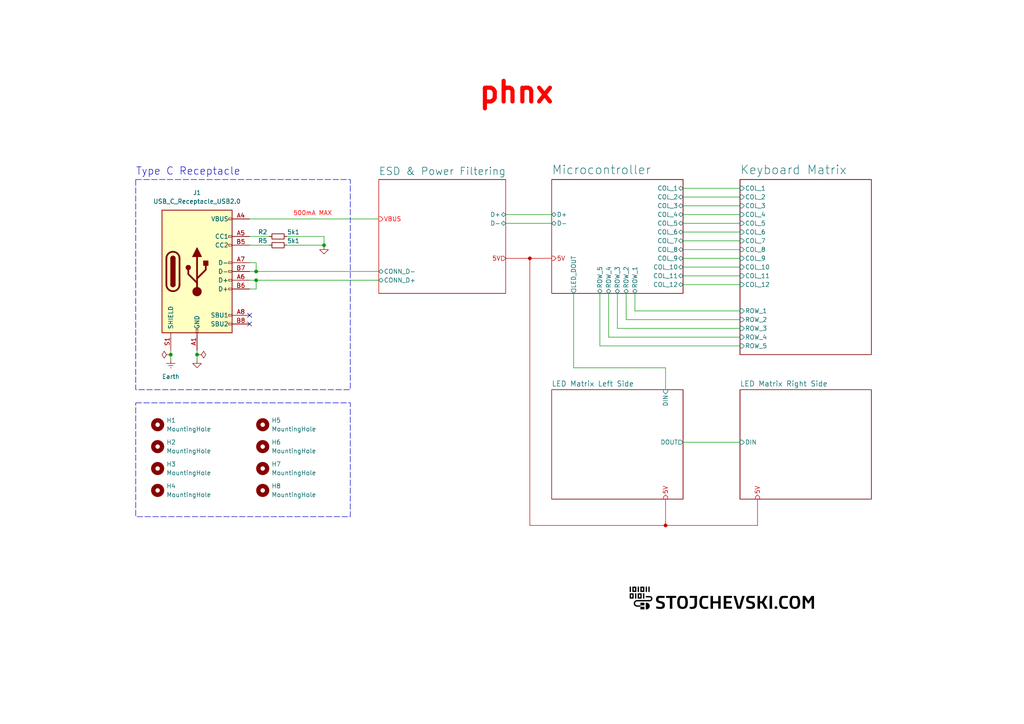
<source format=kicad_sch>
(kicad_sch (version 20231120) (generator "eeschema") (generator_version "8.0")
  (paper "A4")
  (title_block (title "phnx") (date "2024-03-14") (rev "A"))
  (lib_symbols
    (symbol "Connector:USB_C_Receptacle_USB2.0" (pin_names (offset 1.016))
      (property "Reference" "J" (at -10.16 19.05 0))
      (property "Value" "USB_C_Receptacle_USB2.0" (at 19.05 19.05 0))
      (symbol "USB_C_Receptacle_USB2.0_0_0"
        (rectangle (start -0.254 -17.78) (end 0.254 -16.764))
        (rectangle (start 10.16 -14.986) (end 9.144 -15.494))
        (rectangle (start 10.16 -12.446) (end 9.144 -12.954))
        (rectangle (start 10.16 -4.826) (end 9.144 -5.334))
        (rectangle (start 10.16 -2.286) (end 9.144 -2.794))
        (rectangle (start 10.16 0.254) (end 9.144 -0.254))
        (rectangle (start 10.16 2.794) (end 9.144 2.286))
        (rectangle (start 10.16 7.874) (end 9.144 7.366))
        (rectangle (start 10.16 10.414) (end 9.144 9.906))
        (rectangle (start 10.16 15.494) (end 9.144 14.986))
      )
      (symbol "USB_C_Receptacle_USB2.0_0_1"
        (rectangle (start -10.16 17.78) (end 10.16 -17.78) (stroke (width 0.254)) (fill (type background)))
        (arc (start -8.89 -3.81) (mid -6.985 -5.7067) (end -5.08 -3.81) (stroke (width 0.508)))
        (arc (start -7.62 -3.81) (mid -6.985 -4.4423) (end -6.35 -3.81) (stroke (width 0.254)))
        (arc (start -7.62 -3.81) (mid -6.985 -4.4423) (end -6.35 -3.81) (stroke (width 0.254)) (fill (type outline)))
        (rectangle (start -7.62 -3.81) (end -6.35 3.81) (stroke (width 0.254)) (fill (type outline)))
        (arc (start -6.35 3.81) (mid -6.985 4.4423) (end -7.62 3.81) (stroke (width 0.254)))
        (arc (start -6.35 3.81) (mid -6.985 4.4423) (end -7.62 3.81) (stroke (width 0.254)) (fill (type outline)))
        (arc (start -5.08 3.81) (mid -6.985 5.7067) (end -8.89 3.81) (stroke (width 0.508)))
        (circle (center -2.54 1.143) (radius 0.635) (stroke (width 0.254)) (fill (type outline)))
        (circle (center 0 -5.842) (radius 1.27) (fill (type outline)))
        (polyline (pts (xy -8.89 -3.81) (xy -8.89 3.81)) (stroke (width 0.508)))
        (polyline (pts (xy -5.08 3.81) (xy -5.08 -3.81)) (stroke (width 0.508)))
        (polyline (pts (xy 0 -5.842) (xy 0 4.318)) (stroke (width 0.508)))
        (polyline (pts (xy 0 -3.302) (xy -2.54 -0.762) (xy -2.54 0.508)) (stroke (width 0.508)))
        (polyline (pts (xy 0 -2.032) (xy 2.54 0.508) (xy 2.54 1.778)) (stroke (width 0.508)))
        (polyline (pts (xy -1.27 4.318) (xy 0 6.858) (xy 1.27 4.318) (xy -1.27 4.318)) (stroke (width 0.254)) (fill (type outline)))
        (rectangle (start 1.905 1.778) (end 3.175 3.048) (stroke (width 0.254)) (fill (type outline)))
      )
      (symbol "USB_C_Receptacle_USB2.0_1_1"
        (pin passive line (at 0 -22.86 90) (length 5.08) (name "GND") (number "A1"))
        (pin passive line (at 0 -22.86 90) (length 5.08) hide (name "GND") (number "A12"))
        (pin passive line (at 15.24 15.24 180) (length 5.08) (name "VBUS") (number "A4"))
        (pin bidirectional line (at 15.24 10.16 180) (length 5.08) (name "CC1") (number "A5"))
        (pin bidirectional line (at 15.24 -2.54 180) (length 5.08) (name "D+") (number "A6"))
        (pin bidirectional line (at 15.24 2.54 180) (length 5.08) (name "D-") (number "A7"))
        (pin bidirectional line (at 15.24 -12.7 180) (length 5.08) (name "SBU1") (number "A8"))
        (pin passive line (at 15.24 15.24 180) (length 5.08) hide (name "VBUS") (number "A9"))
        (pin passive line (at 0 -22.86 90) (length 5.08) hide (name "GND") (number "B1"))
        (pin passive line (at 0 -22.86 90) (length 5.08) hide (name "GND") (number "B12"))
        (pin passive line (at 15.24 15.24 180) (length 5.08) hide (name "VBUS") (number "B4"))
        (pin bidirectional line (at 15.24 7.62 180) (length 5.08) (name "CC2") (number "B5"))
        (pin bidirectional line (at 15.24 -5.08 180) (length 5.08) (name "D+") (number "B6"))
        (pin bidirectional line (at 15.24 0 180) (length 5.08) (name "D-") (number "B7"))
        (pin bidirectional line (at 15.24 -15.24 180) (length 5.08) (name "SBU2") (number "B8"))
        (pin passive line (at 15.24 15.24 180) (length 5.08) hide (name "VBUS") (number "B9"))
        (pin passive line (at -7.62 -22.86 90) (length 5.08) (name "SHIELD") (number "S1"))
      )
    )
    (symbol "Device:R_Small" (pin_numbers hide) (pin_names (offset 0.254) hide)
      (property "Reference" "R" (at 0.762 0.508 0))
      (property "Value" "R_Small" (at 0.762 -1.016 0))
      (symbol "R_Small_0_1"
        (rectangle (start -0.762 1.778) (end 0.762 -1.778) (stroke (width 0.2032)))
      )
      (symbol "R_Small_1_1"
        (pin passive line (at 0 2.54 270) (length 0.762) (name "~") (number "1"))
        (pin passive line (at 0 -2.54 90) (length 0.762) (name "~") (number "2"))
      )
    )
    (symbol "Mechanical:MountingHole" (pin_names (offset 1.016))
      (property "Reference" "H" (at 0 5.08 0))
      (property "Value" "MountingHole" (at 0 3.175 0))
      (symbol "MountingHole_0_1"
        (circle (center 0 0) (radius 1.27) (stroke (width 1.27)))
      )
    )
    (symbol "power:Earth" (power) (pin_numbers hide) (pin_names (offset 0) hide)
      (property "Value" "Earth" (at 0 -3.81 0))
      (symbol "Earth_0_1"
        (polyline (pts (xy -0.635 -1.905) (xy 0.635 -1.905)))
        (polyline (pts (xy -0.127 -2.54) (xy 0.127 -2.54)))
        (polyline (pts (xy 0 -1.27) (xy 0 0)))
        (polyline (pts (xy 1.27 -1.27) (xy -1.27 -1.27)))
      )
      (symbol "Earth_1_1"
        (pin power_in line (at 0 0 270) (length 0) (name "~") (number "1"))
      )
    )
    (symbol "power:GND" (power) (pin_names (offset 0))
      (property "Value" "GND" (at 0 -3.81 0))
      (symbol "GND_0_1"
        (polyline (pts (xy 0 0) (xy 0 -1.27) (xy 1.27 -1.27) (xy 0 -2.54) (xy -1.27 -1.27) (xy 0 -1.27)))
      )
      (symbol "GND_1_1"
        (pin power_in line (at 0 0 270) (length 0) hide (name "GND") (number "1"))
      )
    )
    (symbol "power:PWR_FLAG" (power) (pin_numbers hide) (pin_names (offset 0) hide)
      (property "Value" "PWR_FLAG" (at 0 3.81 0))
      (symbol "PWR_FLAG_0_0"
        (pin power_out line (at 0 0 90) (length 0) (name "~") (number "1"))
      )
      (symbol "PWR_FLAG_0_1"
        (polyline (pts (xy 0 0) (xy 0 1.27) (xy -1.016 1.905) (xy 0 2.54) (xy 1.016 1.905) (xy 0 1.27)))
      )
    )
  )
  (junction (at 57.15 102.87))
  (junction (at 153.67 74.93) (color 194 0 0 1))
  (junction (at 93.98 71.12))
  (junction (at 74.295 78.74))
  (junction (at 49.53 102.87))
  (junction (at 193.04 152.4) (color 194 0 0 1))
  (junction (at 74.295 81.28))
  (no_connect (at 72.39 93.98))
  (no_connect (at 72.39 91.44))
  (wire (pts (xy 193.04 106.68) (xy 166.37 106.68)))
  (wire (pts (xy 198.12 82.55) (xy 214.63 82.55)))
  (wire (pts (xy 74.295 81.28) (xy 109.855 81.28)))
  (wire (pts (xy 198.12 64.77) (xy 214.63 64.77)))
  (wire (pts (xy 181.61 92.71) (xy 214.63 92.71)))
  (wire (pts (xy 181.61 85.09) (xy 181.61 92.71)))
  (wire (pts (xy 74.295 78.74) (xy 109.855 78.74)))
  (wire (pts (xy 198.12 54.61) (xy 214.63 54.61)))
  (wire (pts (xy 219.71 152.4) (xy 219.71 144.78)) (stroke (width 0) (color 194 0 0 1)))
  (wire (pts (xy 173.99 100.33) (xy 214.63 100.33)))
  (wire (pts (xy 93.98 71.12) (xy 83.185 71.12)))
  (wire (pts (xy 198.12 80.01) (xy 214.63 80.01)))
  (wire (pts (xy 193.04 113.03) (xy 193.04 106.68)))
  (wire (pts (xy 198.12 67.31) (xy 214.63 67.31)))
  (wire (pts (xy 198.12 59.69) (xy 214.63 59.69)))
  (wire (pts (xy 72.39 68.58) (xy 78.105 68.58)))
  (wire (pts (xy 74.295 78.74) (xy 72.39 78.74)))
  (wire (pts (xy 74.295 76.2) (xy 74.295 78.74)))
  (wire (pts (xy 184.15 85.09) (xy 184.15 90.17)))
  (wire (pts (xy 176.53 85.09) (xy 176.53 97.79)))
  (wire (pts (xy 146.685 62.23) (xy 160.02 62.23)))
  (wire (pts (xy 146.685 74.93) (xy 153.67 74.93)) (stroke (width 0) (color 194 0 0 1)))
  (wire (pts (xy 74.295 81.28) (xy 74.295 83.82)))
  (wire (pts (xy 57.15 101.6) (xy 57.15 102.87)))
  (wire (pts (xy 179.07 85.09) (xy 179.07 95.25)))
  (wire (pts (xy 198.12 77.47) (xy 214.63 77.47)))
  (wire (pts (xy 49.53 102.87) (xy 49.53 104.14)))
  (wire (pts (xy 93.98 68.58) (xy 93.98 71.12)))
  (wire (pts (xy 153.67 74.93) (xy 160.02 74.93)) (stroke (width 0) (color 194 0 0 1)))
  (wire (pts (xy 198.12 128.27) (xy 214.63 128.27)))
  (wire (pts (xy 198.12 69.85) (xy 214.63 69.85)))
  (wire (pts (xy 49.53 101.6) (xy 49.53 102.87)))
  (wire (pts (xy 153.67 152.4) (xy 193.04 152.4)) (stroke (width 0) (color 194 0 0 1)))
  (wire (pts (xy 166.37 85.09) (xy 166.37 106.68)))
  (wire (pts (xy 198.12 72.39) (xy 214.63 72.39)))
  (wire (pts (xy 72.39 81.28) (xy 74.295 81.28)))
  (wire (pts (xy 74.295 83.82) (xy 72.39 83.82)))
  (wire (pts (xy 176.53 97.79) (xy 214.63 97.79)))
  (wire (pts (xy 83.185 68.58) (xy 93.98 68.58)))
  (wire (pts (xy 173.99 85.09) (xy 173.99 100.33)))
  (wire (pts (xy 198.12 74.93) (xy 214.63 74.93)))
  (wire (pts (xy 198.12 57.15) (xy 214.63 57.15)))
  (wire (pts (xy 72.39 63.5) (xy 109.855 63.5)))
  (wire (pts (xy 193.04 152.4) (xy 219.71 152.4)) (stroke (width 0) (color 194 0 0 1)))
  (wire (pts (xy 198.12 62.23) (xy 214.63 62.23)))
  (wire (pts (xy 57.15 102.87) (xy 57.15 104.14)))
  (wire (pts (xy 179.07 95.25) (xy 214.63 95.25)))
  (wire (pts (xy 146.685 64.77) (xy 160.02 64.77)))
  (wire (pts (xy 72.39 71.12) (xy 78.105 71.12)))
  (wire (pts (xy 193.04 144.78) (xy 193.04 152.4)) (stroke (width 0) (color 194 0 0 1)))
  (wire (pts (xy 72.39 76.2) (xy 74.295 76.2)))
  (wire (pts (xy 153.67 74.93) (xy 153.67 152.4)) (stroke (width 0) (color 194 0 0 1)))
  (wire (pts (xy 184.15 90.17) (xy 214.63 90.17)))
  (rectangle (start 39.37 116.84) (end 101.6 149.86) (stroke (width 0) (type dash)))
  (rectangle (start 39.37 52.07) (end 101.6 113.03) (stroke (width 0) (type dash)))
  (image (at 209.55 173.99) (scale 0.132712))
  (text "Type C Receptacle" (at 39.37 51.054 0) (effects (font (size 2.159 2.159)) (justify left bottom)))
  (text "phnx" (at 138.43 30.48 0) (effects (font (size 6 6) (thickness 1.2) (bold yes)) (justify left bottom)))
  (text "500mA MAX" (at 90.678 61.976 0) (effects (font (size 1.27 1.27))))
  (symbol (lib_id "Device:R_Small") (at 80.645 71.12 90) (unit 1)
    (property "Reference" "R5" (at 76.2 69.85 90))
    (property "Value" "5k1" (at 85.09 69.85 90))
    (property "Footprint" "Resistor_SMD:R_0603_1608Metric" (effects (hide yes)))
  )
  (symbol (lib_id "Mechanical:MountingHole") (at 45.72 123.19 0) (unit 1)
    (property "Reference" "H1" (at 48.26 121.9199 0) (effects (justify left)))
    (property "Value" "MountingHole" (at 48.26 124.4599 0) (effects (justify left)))
    (property "Footprint" "MountingHole:MountingHole_2.2mm_M2_ISO14580" (effects (hide yes)))
    (property "Description" "Mounting Hole without connection" (effects (hide yes)))
  )
  (symbol (lib_id "Mechanical:MountingHole") (at 45.72 142.24 0) (unit 1)
    (property "Reference" "H4" (at 48.26 140.9699 0) (effects (justify left)))
    (property "Value" "MountingHole" (at 48.26 143.5099 0) (effects (justify left)))
    (property "Footprint" "MountingHole:MountingHole_2.2mm_M2_ISO14580" (effects (hide yes)))
    (property "Description" "Mounting Hole without connection" (effects (hide yes)))
  )
  (symbol (lib_id "power:GND") (at 57.15 104.14 0) (unit 1)
    (property "Reference" "#PWR03" (effects (hide yes)))
    (property "Value" "GND" (effects (hide yes)))
  )
  (symbol (lib_id "Mechanical:MountingHole") (at 45.72 129.54 0) (unit 1)
    (property "Reference" "H2" (at 48.26 128.2699 0) (effects (justify left)))
    (property "Value" "MountingHole" (at 48.26 130.8099 0) (effects (justify left)))
    (property "Footprint" "MountingHole:MountingHole_2.2mm_M2_ISO14580" (effects (hide yes)))
    (property "Description" "Mounting Hole without connection" (effects (hide yes)))
  )
  (symbol (lib_id "Mechanical:MountingHole") (at 76.2 123.19 0) (unit 1)
    (property "Reference" "H5" (at 78.74 121.9199 0) (effects (justify left)))
    (property "Value" "MountingHole" (at 78.74 124.4599 0) (effects (justify left)))
    (property "Footprint" "MountingHole:MountingHole_3.2mm_M3_ISO7380" (effects (hide yes)))
    (property "Description" "Mounting Hole without connection" (effects (hide yes)))
  )
  (symbol (lib_id "Mechanical:MountingHole") (at 76.2 129.54 0) (unit 1)
    (property "Reference" "H6" (at 78.74 128.2699 0) (effects (justify left)))
    (property "Value" "MountingHole" (at 78.74 130.8099 0) (effects (justify left)))
    (property "Footprint" "MountingHole:MountingHole_3.2mm_M3_ISO7380" (effects (hide yes)))
    (property "Description" "Mounting Hole without connection" (effects (hide yes)))
  )
  (symbol (lib_id "Device:R_Small") (at 80.645 68.58 90) (unit 1)
    (property "Reference" "R2" (at 76.2 67.31 90))
    (property "Value" "5k1" (at 85.09 67.31 90))
    (property "Footprint" "Resistor_SMD:R_0603_1608Metric" (effects (hide yes)))
  )
  (symbol (lib_id "Mechanical:MountingHole") (at 76.2 135.89 0) (unit 1)
    (property "Reference" "H7" (at 78.74 134.6199 0) (effects (justify left)))
    (property "Value" "MountingHole" (at 78.74 137.1599 0) (effects (justify left)))
    (property "Footprint" "MountingHole:MountingHole_3.2mm_M3_ISO7380" (effects (hide yes)))
    (property "Description" "Mounting Hole without connection" (effects (hide yes)))
  )
  (symbol (lib_id "power:PWR_FLAG") (at 57.15 102.87 270) (mirror x) (unit 1)
    (property "Reference" "#FLG02" (effects (hide yes)))
    (property "Value" "PWR_FLAG" (effects (hide yes)))
    (property "Description" "Special symbol for telling ERC where power comes from" (effects (hide yes)))
  )
  (symbol (lib_id "Mechanical:MountingHole") (at 45.72 135.89 0) (unit 1)
    (property "Reference" "H3" (at 48.26 134.6199 0) (effects (justify left)))
    (property "Value" "MountingHole" (at 48.26 137.1599 0) (effects (justify left)))
    (property "Footprint" "MountingHole:MountingHole_2.2mm_M2_ISO14580" (effects (hide yes)))
    (property "Description" "Mounting Hole without connection" (effects (hide yes)))
  )
  (symbol (lib_id "power:Earth") (at 49.53 104.14 0) (unit 1)
    (property "Reference" "#PWR01" (effects (hide yes)))
    (property "Value" "Earth" (at 49.53 109.22 0))
    (property "Description" "Power symbol creates a global label with name \"Earth\"" (effects (hide yes)))
  )
  (symbol (lib_id "power:PWR_FLAG") (at 49.53 102.87 90) (unit 1)
    (property "Reference" "#FLG01" (effects (hide yes)))
    (property "Value" "PWR_FLAG" (effects (hide yes)))
    (property "Description" "Special symbol for telling ERC where power comes from" (effects (hide yes)))
  )
  (symbol (lib_id "Connector:USB_C_Receptacle_USB2.0") (at 57.15 78.74 0) (unit 1)
    (property "Reference" "J1" (at 57.15 55.88 0))
    (property "Value" "USB_C_Receptacle_USB2.0" (at 57.15 58.42 0))
    (property "Footprint" "Connector_USB:USB_C_Receptacle_GCT_USB4105-xx-A_16P_TopMnt_Horizontal" (effects (hide yes)))
    (property "Datasheet" "https://www.usb.org/sites/default/files/documents/usb_type-c.zip" (effects (hide yes)))
  )
  (symbol (lib_id "power:GND") (at 93.98 71.12 0) (unit 1)
    (property "Reference" "#PWR011" (effects (hide yes)))
    (property "Value" "GND" (effects (hide yes)))
  )
  (symbol (lib_id "Mechanical:MountingHole") (at 76.2 142.24 0) (unit 1)
    (property "Reference" "H8" (at 78.74 140.9699 0) (effects (justify left)))
    (property "Value" "MountingHole" (at 78.74 143.5099 0) (effects (justify left)))
    (property "Footprint" "MountingHole:MountingHole_3.2mm_M3_ISO7380" (effects (hide yes)))
    (property "Description" "Mounting Hole without connection" (effects (hide yes)))
  )
  (sheet (at 214.63 113.03) (size 38.1 31.75) (stroke (width 0.1524))
    (property "Sheetname" "LED Matrix Right Side" (at 214.63 112.1914 0) (effects (font (size 1.524 1.524)) (justify left bottom)))
    (property "Sheetfile" "led_right.kicad_sch" (effects (hide yes)))
    (pin "5V" input (at 219.71 144.78 270))
    (pin "DIN" input (at 214.63 128.27 180))
  )
  (sheet (at 109.855 52.07) (size 36.83 33.02) (stroke (width 0.1524) (color 194 0 0 1))
    (property "Sheetname" "ESD & Power Filtering" (at 109.855 50.9139 0) (effects (font (size 2.159 2.159)) (justify left bottom)))
    (property "Sheetfile" "pdn.kicad_sch" (effects (hide yes)))
    (pin "D-" bidirectional (at 146.685 64.77 0))
    (pin "D+" bidirectional (at 146.685 62.23 0))
    (pin "5V" output (at 146.685 74.93 0))
    (pin "VBUS" input (at 109.855 63.5 180))
    (pin "CONN_D-" bidirectional (at 109.855 78.74 180))
    (pin "CONN_D+" bidirectional (at 109.855 81.28 180))
  )
  (sheet (at 160.02 113.03) (size 38.1 31.75) (stroke (width 0.1524))
    (property "Sheetname" "LED Matrix Left Side" (at 160.02 112.1914 0) (effects (font (size 1.524 1.524)) (justify left bottom)))
    (property "Sheetfile" "led_left.kicad_sch" (effects (hide yes)))
    (pin "5V" input (at 193.04 144.78 270))
    (pin "DIN" input (at 193.04 113.03 90))
    (pin "DOUT" output (at 198.12 128.27 0))
  )
  (sheet (at 160.02 52.07) (size 38.1 33.02) (stroke (width 0.1524))
    (property "Sheetname" "Microcontroller" (at 160.02 50.7234 0) (effects (font (size 2.54 2.54)) (justify left bottom)))
    (property "Sheetfile" "mcu.kicad_sch" (effects (hide yes)))
    (pin "5V" input (at 160.02 74.93 180))
    (pin "D+" bidirectional (at 160.02 62.23 180))
    (pin "D-" bidirectional (at 160.02 64.77 180))
    (pin "COL_1" bidirectional (at 198.12 54.61 0))
    (pin "COL_3" bidirectional (at 198.12 59.69 0))
    (pin "COL_2" bidirectional (at 198.12 57.15 0))
    (pin "COL_4" bidirectional (at 198.12 62.23 0))
    (pin "COL_6" bidirectional (at 198.12 67.31 0))
    (pin "COL_5" bidirectional (at 198.12 64.77 0))
    (pin "COL_7" bidirectional (at 198.12 69.85 0))
    (pin "COL_8" bidirectional (at 198.12 72.39 0))
    (pin "COL_9" bidirectional (at 198.12 74.93 0))
    (pin "COL_10" bidirectional (at 198.12 77.47 0))
    (pin "COL_11" bidirectional (at 198.12 80.01 0))
    (pin "COL_12" bidirectional (at 198.12 82.55 0))
    (pin "ROW_1" bidirectional (at 184.15 85.09 270))
    (pin "ROW_2" bidirectional (at 181.61 85.09 270))
    (pin "ROW_4" bidirectional (at 176.53 85.09 270))
    (pin "ROW_3" bidirectional (at 179.07 85.09 270))
    (pin "ROW_5" bidirectional (at 173.99 85.09 270))
    (pin "LED_DOUT" output (at 166.37 85.09 270))
  )
  (sheet (at 214.63 52.07) (size 38.1 50.8) (stroke (width 0.1524))
    (property "Sheetname" "Keyboard Matrix" (at 214.63 50.7234 0) (effects (font (size 2.54 2.54)) (justify left bottom)))
    (property "Sheetfile" "matrix.kicad_sch" (effects (hide yes)))
    (pin "COL_8" input (at 214.63 72.39 180))
    (pin "COL_7" input (at 214.63 69.85 180))
    (pin "COL_9" input (at 214.63 74.93 180))
    (pin "COL_10" input (at 214.63 77.47 180))
    (pin "COL_11" input (at 214.63 80.01 180))
    (pin "COL_12" input (at 214.63 82.55 180))
    (pin "COL_6" input (at 214.63 67.31 180))
    (pin "COL_4" input (at 214.63 62.23 180))
    (pin "COL_5" input (at 214.63 64.77 180))
    (pin "ROW_1" input (at 214.63 90.17 180))
    (pin "ROW_2" input (at 214.63 92.71 180))
    (pin "COL_1" input (at 214.63 54.61 180))
    (pin "ROW_3" input (at 214.63 95.25 180))
    (pin "ROW_4" input (at 214.63 97.79 180))
    (pin "ROW_5" input (at 214.63 100.33 180))
    (pin "COL_3" input (at 214.63 59.69 180))
    (pin "COL_2" input (at 214.63 57.15 180))
  )
)
</source>
